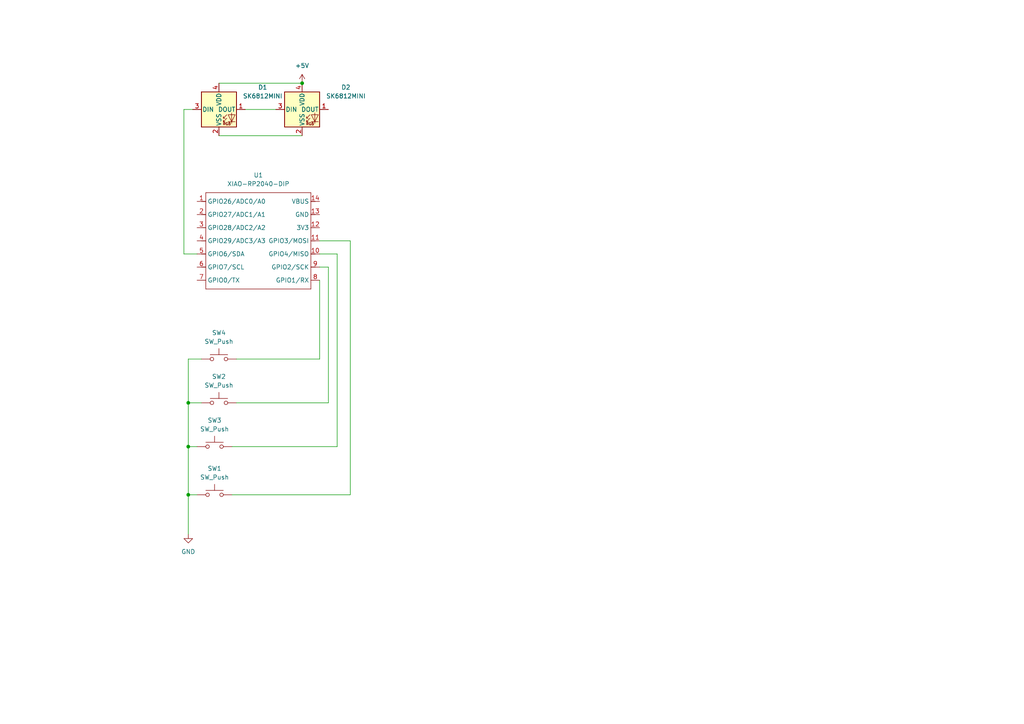
<source format=kicad_sch>
(kicad_sch (version 20250114) (generator "eeschema") (generator_version "9.0")
  (paper "A4")
  (lib_symbols
    (symbol "LED:SK6812MINI" (pin_names (offset 0.254))
      (property "Reference" "D" (at 5.08 5.715 0))
      (property "Value" "SK6812MINI" (at 1.27 -5.715 0))
      (symbol "SK6812MINI_0_0"
        (text "RGB" (at 2.286 -4.191 0) (effects (font (size 0.762 0.762))))
      )
      (symbol "SK6812MINI_0_1"
        (polyline (pts (xy 1.27 -2.54) (xy 1.778 -2.54)))
        (polyline (pts (xy 1.27 -3.556) (xy 1.778 -3.556)))
        (polyline (pts (xy 2.286 -1.524) (xy 1.27 -2.54) (xy 1.27 -2.032)))
        (polyline (pts (xy 2.286 -2.54) (xy 1.27 -3.556) (xy 1.27 -3.048)))
        (polyline (pts (xy 3.683 -1.016) (xy 3.683 -3.556) (xy 3.683 -4.064)))
        (polyline (pts (xy 4.699 -1.524) (xy 2.667 -1.524) (xy 3.683 -3.556) (xy 4.699 -1.524)))
        (polyline (pts (xy 4.699 -3.556) (xy 2.667 -3.556)))
        (rectangle (start 5.08 5.08) (end -5.08 -5.08) (stroke (width 0.254)) (fill (type background)))
      )
      (symbol "SK6812MINI_1_1"
        (pin input line (at -7.62 0 0) (length 2.54) (name "DIN") (number "3"))
        (pin power_in line (at 0 7.62 270) (length 2.54) (name "VDD") (number "4"))
        (pin power_in line (at 0 -7.62 90) (length 2.54) (name "VSS") (number "2"))
        (pin output line (at 7.62 0 180) (length 2.54) (name "DOUT") (number "1"))
      )
    )
    (symbol "OPL:XIAO-RP2040-DIP"
      (property "Reference" "U" (at 0 0 0))
      (property "Value" "XIAO-RP2040-DIP" (at 5.334 -1.778 0))
      (symbol "XIAO-RP2040-DIP_1_0"
        (polyline (pts (xy -1.27 -2.54) (xy 29.21 -2.54)) (stroke (width 0.1524)))
        (polyline (pts (xy -1.27 -5.08) (xy -2.54 -5.08)) (stroke (width 0.1524)))
        (polyline (pts (xy -1.27 -5.08) (xy -1.27 -2.54)) (stroke (width 0.1524)))
        (polyline (pts (xy -1.27 -8.89) (xy -2.54 -8.89)) (stroke (width 0.1524)))
        (polyline (pts (xy -1.27 -8.89) (xy -1.27 -5.08)) (stroke (width 0.1524)))
        (polyline (pts (xy -1.27 -12.7) (xy -2.54 -12.7)) (stroke (width 0.1524)))
        (polyline (pts (xy -1.27 -12.7) (xy -1.27 -8.89)) (stroke (width 0.1524)))
        (polyline (pts (xy -1.27 -16.51) (xy -2.54 -16.51)) (stroke (width 0.1524)))
        (polyline (pts (xy -1.27 -16.51) (xy -1.27 -12.7)) (stroke (width 0.1524)))
        (polyline (pts (xy -1.27 -20.32) (xy -2.54 -20.32)) (stroke (width 0.1524)))
        (polyline (pts (xy -1.27 -24.13) (xy -2.54 -24.13)) (stroke (width 0.1524)))
        (polyline (pts (xy -1.27 -27.94) (xy -2.54 -27.94)) (stroke (width 0.1524)))
        (polyline (pts (xy -1.27 -30.48) (xy -1.27 -16.51)) (stroke (width 0.1524)))
        (polyline (pts (xy 29.21 -2.54) (xy 29.21 -5.08)) (stroke (width 0.1524)))
        (polyline (pts (xy 29.21 -5.08) (xy 29.21 -8.89)) (stroke (width 0.1524)))
        (polyline (pts (xy 29.21 -8.89) (xy 29.21 -12.7)) (stroke (width 0.1524)))
        (polyline (pts (xy 29.21 -12.7) (xy 29.21 -30.48)) (stroke (width 0.1524)))
        (polyline (pts (xy 29.21 -30.48) (xy -1.27 -30.48)) (stroke (width 0.1524)))
        (polyline (pts (xy 30.48 -5.08) (xy 29.21 -5.08)) (stroke (width 0.1524)))
        (polyline (pts (xy 30.48 -8.89) (xy 29.21 -8.89)) (stroke (width 0.1524)))
        (polyline (pts (xy 30.48 -12.7) (xy 29.21 -12.7)) (stroke (width 0.1524)))
        (polyline (pts (xy 30.48 -16.51) (xy 29.21 -16.51)) (stroke (width 0.1524)))
        (polyline (pts (xy 30.48 -20.32) (xy 29.21 -20.32)) (stroke (width 0.1524)))
        (polyline (pts (xy 30.48 -24.13) (xy 29.21 -24.13)) (stroke (width 0.1524)))
        (polyline (pts (xy 30.48 -27.94) (xy 29.21 -27.94)) (stroke (width 0.1524)))
        (pin passive line (at -3.81 -5.08 0) (length 2.54) (name "GPIO26/ADC0/A0") (number "1"))
        (pin passive line (at -3.81 -8.89 0) (length 2.54) (name "GPIO27/ADC1/A1") (number "2"))
        (pin passive line (at -3.81 -12.7 0) (length 2.54) (name "GPIO28/ADC2/A2") (number "3"))
        (pin passive line (at -3.81 -16.51 0) (length 2.54) (name "GPIO29/ADC3/A3") (number "4"))
        (pin passive line (at -3.81 -20.32 0) (length 2.54) (name "GPIO6/SDA") (number "5"))
        (pin passive line (at -3.81 -24.13 0) (length 2.54) (name "GPIO7/SCL") (number "6"))
        (pin passive line (at -3.81 -27.94 0) (length 2.54) (name "GPIO0/TX") (number "7"))
        (pin passive line (at 31.75 -5.08 180) (length 2.54) (name "VBUS") (number "14"))
        (pin passive line (at 31.75 -8.89 180) (length 2.54) (name "GND") (number "13"))
        (pin passive line (at 31.75 -12.7 180) (length 2.54) (name "3V3") (number "12"))
        (pin passive line (at 31.75 -16.51 180) (length 2.54) (name "GPIO3/MOSI") (number "11"))
        (pin passive line (at 31.75 -20.32 180) (length 2.54) (name "GPIO4/MISO") (number "10"))
        (pin passive line (at 31.75 -24.13 180) (length 2.54) (name "GPIO2/SCK") (number "9"))
        (pin passive line (at 31.75 -27.94 180) (length 2.54) (name "GPIO1/RX") (number "8"))
      )
    )
    (symbol "Switch:SW_Push" (pin_numbers (hide yes)) (pin_names (offset 1.016) (hide yes))
      (property "Reference" "SW" (at 1.27 2.54 0))
      (property "Value" "SW_Push" (at 0 -1.524 0))
      (symbol "SW_Push_0_1"
        (circle (center -2.032 0) (radius 0.508))
        (polyline (pts (xy 0 1.27) (xy 0 3.048)))
        (circle (center 2.032 0) (radius 0.508))
        (polyline (pts (xy 2.54 1.27) (xy -2.54 1.27)))
        (pin passive line (at -5.08 0 0) (length 2.54) (name "1") (number "1"))
        (pin passive line (at 5.08 0 180) (length 2.54) (name "2") (number "2"))
      )
    )
    (symbol "power:+5V" (power) (pin_numbers (hide yes)) (pin_names (offset 0) (hide yes))
      (property "Value" "+5V" (at 0 3.556 0))
      (symbol "+5V_0_1"
        (polyline (pts (xy -0.762 1.27) (xy 0 2.54)))
        (polyline (pts (xy 0 2.54) (xy 0.762 1.27)))
        (polyline (pts (xy 0 0) (xy 0 2.54)))
      )
      (symbol "+5V_1_1"
        (pin power_in line (at 0 0 90) (length 0) (name "~") (number "1"))
      )
    )
    (symbol "power:GND" (power) (pin_numbers (hide yes)) (pin_names (offset 0) (hide yes))
      (property "Value" "GND" (at 0 -3.81 0))
      (symbol "GND_0_1"
        (polyline (pts (xy 0 0) (xy 0 -1.27) (xy 1.27 -1.27) (xy 0 -2.54) (xy -1.27 -1.27) (xy 0 -1.27)))
      )
      (symbol "GND_1_1"
        (pin power_in line (at 0 0 270) (length 0) (name "~") (number "1"))
      )
    )
  )
  (junction (at 54.61 143.51))
  (junction (at 87.63 24.13))
  (junction (at 54.61 116.84))
  (junction (at 54.61 129.54))
  (wire (pts (xy 57.15 129.54) (xy 54.61 129.54)))
  (wire (pts (xy 67.31 129.54) (xy 97.79 129.54)))
  (wire (pts (xy 92.71 104.14) (xy 92.71 81.28)))
  (wire (pts (xy 95.25 77.47) (xy 95.25 116.84)))
  (wire (pts (xy 71.12 31.75) (xy 80.01 31.75)))
  (wire (pts (xy 63.5 24.13) (xy 87.63 24.13)))
  (wire (pts (xy 92.71 77.47) (xy 95.25 77.47)))
  (wire (pts (xy 101.6 69.85) (xy 101.6 143.51)))
  (wire (pts (xy 68.58 104.14) (xy 92.71 104.14)))
  (wire (pts (xy 68.58 116.84) (xy 95.25 116.84)))
  (wire (pts (xy 54.61 129.54) (xy 54.61 143.51)))
  (wire (pts (xy 54.61 116.84) (xy 54.61 129.54)))
  (wire (pts (xy 58.42 104.14) (xy 54.61 104.14)))
  (wire (pts (xy 63.5 39.37) (xy 87.63 39.37)))
  (wire (pts (xy 92.71 69.85) (xy 101.6 69.85)))
  (wire (pts (xy 97.79 73.66) (xy 92.71 73.66)))
  (wire (pts (xy 53.34 73.66) (xy 53.34 31.75)))
  (wire (pts (xy 54.61 143.51) (xy 57.15 143.51)))
  (wire (pts (xy 57.15 73.66) (xy 53.34 73.66)))
  (wire (pts (xy 67.31 143.51) (xy 101.6 143.51)))
  (wire (pts (xy 54.61 104.14) (xy 54.61 116.84)))
  (wire (pts (xy 97.79 129.54) (xy 97.79 73.66)))
  (wire (pts (xy 53.34 31.75) (xy 55.88 31.75)))
  (wire (pts (xy 54.61 154.94) (xy 54.61 143.51)))
  (wire (pts (xy 54.61 116.84) (xy 58.42 116.84)))
  (symbol (lib_id "OPL:XIAO-RP2040-DIP") (at 60.96 53.34 0) (unit 1)
    (property "Reference" "U1" (at 74.93 50.8 0))
    (property "Value" "XIAO-RP2040-DIP" (at 74.93 53.34 0))
    (property "Footprint" "OPL:XIAO-RP2040-DIP" (effects (hide yes)))
  )
  (symbol (lib_id "Switch:SW_Push") (at 63.5 104.14 0) (unit 1)
    (property "Reference" "SW4" (at 63.5 96.52 0))
    (property "Value" "SW_Push" (at 63.5 99.06 0))
    (property "Footprint" "Button_Switch_Keyboard:SW_Cherry_MX_1.00u_PCB" (effects (hide yes)))
    (property "Description" "Push button switch, generic, two pins" (effects (hide yes)))
  )
  (symbol (lib_id "LED:SK6812MINI") (at 63.5 31.75 0) (unit 1)
    (property "Reference" "D1" (at 76.2 25.3298 0))
    (property "Value" "SK6812MINI" (at 76.2 27.8698 0))
    (property "Footprint" "LED_SMD:LED_SK6812MINI_PLCC4_3.5x3.5mm_P1.75mm" (effects (hide yes)))
    (property "Datasheet" "https://cdn-shop.adafruit.com/product-files/2686/SK6812MINI_REV.01-1-2.pdf" (effects (hide yes)))
    (property "Description" "RGB LED with integrated controller" (effects (hide yes)))
  )
  (symbol (lib_id "Switch:SW_Push") (at 63.5 116.84 0) (unit 1)
    (property "Reference" "SW2" (at 63.5 109.22 0))
    (property "Value" "SW_Push" (at 63.5 111.76 0))
    (property "Footprint" "Button_Switch_Keyboard:SW_Cherry_MX_1.00u_PCB" (effects (hide yes)))
    (property "Description" "Push button switch, generic, two pins" (effects (hide yes)))
  )
  (symbol (lib_id "power:+5V") (at 87.63 24.13 0) (unit 1)
    (property "Reference" "#PWR02" (effects (hide yes)))
    (property "Value" "+5V" (at 87.63 19.05 0))
    (property "Description" "Power symbol creates a global label with name \"+5V\"" (effects (hide yes)))
  )
  (symbol (lib_id "Switch:SW_Push") (at 62.23 129.54 0) (unit 1)
    (property "Reference" "SW3" (at 62.23 121.92 0))
    (property "Value" "SW_Push" (at 62.23 124.46 0))
    (property "Footprint" "Button_Switch_Keyboard:SW_Cherry_MX_1.00u_PCB" (effects (hide yes)))
    (property "Description" "Push button switch, generic, two pins" (effects (hide yes)))
  )
  (symbol (lib_id "Switch:SW_Push") (at 62.23 143.51 0) (unit 1)
    (property "Reference" "SW1" (at 62.23 135.89 0))
    (property "Value" "SW_Push" (at 62.23 138.43 0))
    (property "Footprint" "Button_Switch_Keyboard:SW_Cherry_MX_1.00u_PCB" (effects (hide yes)))
    (property "Description" "Push button switch, generic, two pins" (effects (hide yes)))
  )
  (symbol (lib_id "power:GND") (at 54.61 154.94 0) (unit 1)
    (property "Reference" "#PWR01" (effects (hide yes)))
    (property "Value" "GND" (at 54.61 160.02 0))
    (property "Description" "Power symbol creates a global label with name \"GND\" , ground" (effects (hide yes)))
  )
  (symbol (lib_id "LED:SK6812MINI") (at 87.63 31.75 0) (unit 1)
    (property "Reference" "D2" (at 100.33 25.3298 0))
    (property "Value" "SK6812MINI" (at 100.33 27.8698 0))
    (property "Footprint" "LED_SMD:LED_SK6812MINI_PLCC4_3.5x3.5mm_P1.75mm" (effects (hide yes)))
    (property "Datasheet" "https://cdn-shop.adafruit.com/product-files/2686/SK6812MINI_REV.01-1-2.pdf" (effects (hide yes)))
    (property "Description" "RGB LED with integrated controller" (effects (hide yes)))
  )
)
</source>
